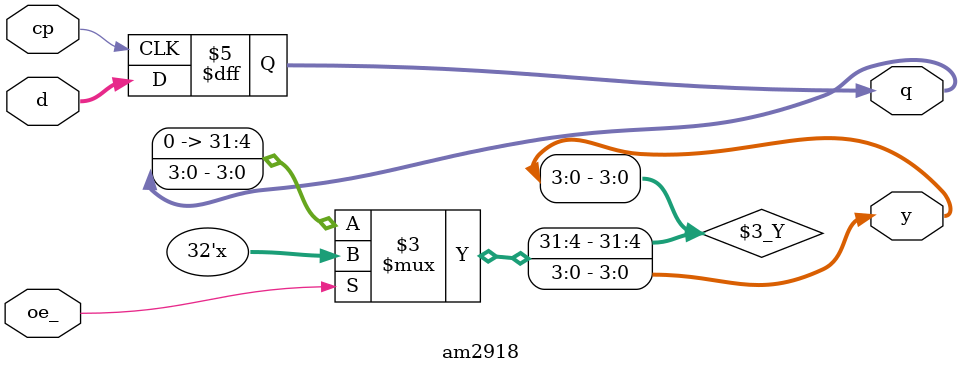
<source format=v>


`timescale 1ns / 100ps

module am2918(d, cp, oe_, q, y);

parameter WIDTH=4;
input [WIDTH-1:0] d;
input cp;
input oe_;
output [WIDTH-1:0] q;
output [WIDTH-1:0] y;
reg [WIDTH-1:0] q;

initial
begin 
	q = 'b0; 
end

always @(posedge cp) 
begin
	q <= d;
end
	
assign y = oe_ ? 'bz : q;

endmodule


</source>
